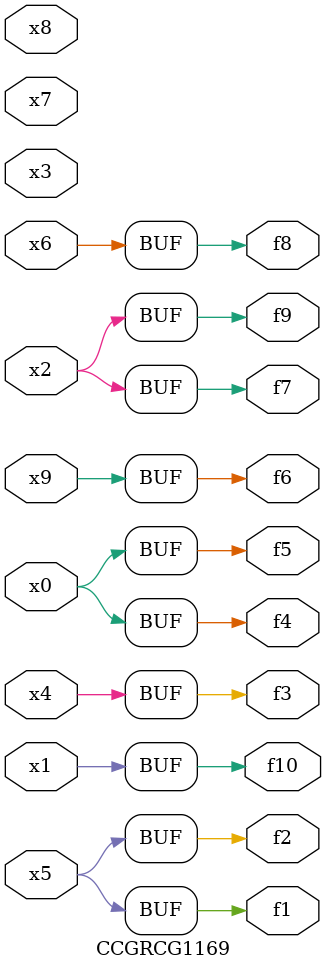
<source format=v>
module CCGRCG1169(
	input x0, x1, x2, x3, x4, x5, x6, x7, x8, x9,
	output f1, f2, f3, f4, f5, f6, f7, f8, f9, f10
);
	assign f1 = x5;
	assign f2 = x5;
	assign f3 = x4;
	assign f4 = x0;
	assign f5 = x0;
	assign f6 = x9;
	assign f7 = x2;
	assign f8 = x6;
	assign f9 = x2;
	assign f10 = x1;
endmodule

</source>
